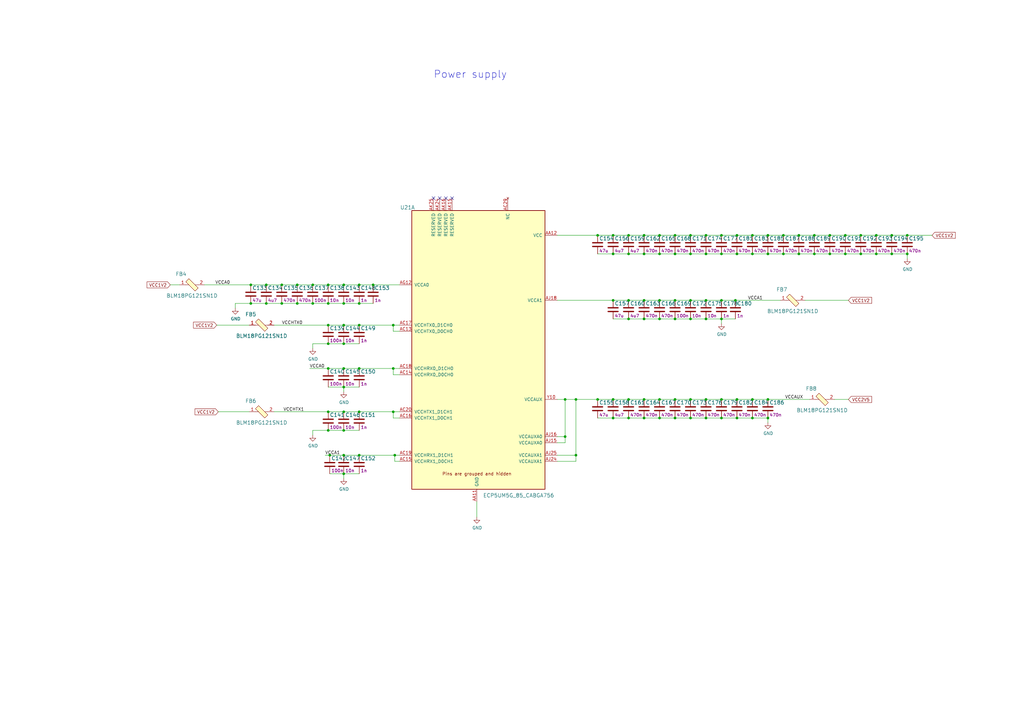
<source format=kicad_sch>
(kicad_sch (version 20211123) (generator eeschema)
  (paper "A3")
  (title_block (title "ECP5 - Datacenter Secure Control Module (DC-SCM)") (rev "1.2.0"))
  (junction (at 365.76 104.14))
  (junction (at 147.32 168.91))
  (junction (at 276.86 130.81))
  (junction (at 289.56 104.14))
  (junction (at 321.31 96.52))
  (junction (at 270.51 96.52))
  (junction (at 308.61 163.83))
  (junction (at 236.22 186.69))
  (junction (at 161.29 151.13))
  (junction (at 134.62 133.35))
  (junction (at 327.66 104.14))
  (junction (at 276.86 163.83))
  (junction (at 109.22 116.84))
  (junction (at 301.625 123.19))
  (junction (at 251.46 171.45))
  (junction (at 270.51 104.14))
  (junction (at 140.97 133.35))
  (junction (at 134.62 116.84))
  (junction (at 236.22 163.83))
  (junction (at 289.56 130.81))
  (junction (at 270.51 163.83))
  (junction (at 115.57 116.84))
  (junction (at 372.11 104.14))
  (junction (at 231.775 163.83))
  (junction (at 161.925 186.69))
  (junction (at 270.51 171.45))
  (junction (at 134.62 124.46))
  (junction (at 251.46 96.52))
  (junction (at 245.11 163.83))
  (junction (at 257.81 96.52))
  (junction (at 128.27 124.46))
  (junction (at 140.97 140.97))
  (junction (at 295.91 123.19))
  (junction (at 327.66 96.52))
  (junction (at 302.26 171.45))
  (junction (at 140.97 158.75))
  (junction (at 161.29 168.91))
  (junction (at 257.81 130.81))
  (junction (at 365.76 96.52))
  (junction (at 134.62 176.53))
  (junction (at 289.56 123.19))
  (junction (at 302.26 96.52))
  (junction (at 140.97 186.69))
  (junction (at 147.32 151.13))
  (junction (at 134.62 140.97))
  (junction (at 257.81 104.14))
  (junction (at 340.36 104.14))
  (junction (at 308.61 171.45))
  (junction (at 295.91 171.45))
  (junction (at 314.96 104.14))
  (junction (at 276.86 171.45))
  (junction (at 102.87 116.84))
  (junction (at 264.16 123.19))
  (junction (at 140.97 116.84))
  (junction (at 264.16 163.83))
  (junction (at 121.92 124.46))
  (junction (at 283.21 130.81))
  (junction (at 295.91 130.81))
  (junction (at 134.62 168.91))
  (junction (at 140.97 124.46))
  (junction (at 109.22 124.46))
  (junction (at 147.32 186.69))
  (junction (at 295.91 163.83))
  (junction (at 308.61 96.52))
  (junction (at 283.21 163.83))
  (junction (at 257.81 163.83))
  (junction (at 359.41 104.14))
  (junction (at 346.71 104.14))
  (junction (at 321.31 104.14))
  (junction (at 283.21 104.14))
  (junction (at 283.21 123.19))
  (junction (at 147.32 116.84))
  (junction (at 289.56 171.45))
  (junction (at 231.775 179.07))
  (junction (at 276.86 104.14))
  (junction (at 251.46 123.19))
  (junction (at 270.51 130.81))
  (junction (at 134.62 151.13))
  (junction (at 346.71 96.52))
  (junction (at 251.46 163.83))
  (junction (at 334.01 104.14))
  (junction (at 353.06 104.14))
  (junction (at 302.26 104.14))
  (junction (at 314.96 96.52))
  (junction (at 264.16 104.14))
  (junction (at 102.87 124.46))
  (junction (at 289.56 96.52))
  (junction (at 147.32 124.46))
  (junction (at 289.56 163.83))
  (junction (at 314.96 171.45))
  (junction (at 295.91 104.14))
  (junction (at 135.255 186.69))
  (junction (at 340.36 96.52))
  (junction (at 295.91 96.52))
  (junction (at 283.21 171.45))
  (junction (at 257.81 171.45))
  (junction (at 359.41 96.52))
  (junction (at 140.97 168.91))
  (junction (at 245.11 96.52))
  (junction (at 270.51 123.19))
  (junction (at 264.16 130.81))
  (junction (at 115.57 124.46))
  (junction (at 251.46 104.14))
  (junction (at 161.29 133.35))
  (junction (at 140.97 194.31))
  (junction (at 283.21 96.52))
  (junction (at 128.27 116.84))
  (junction (at 140.97 176.53))
  (junction (at 140.97 151.13))
  (junction (at 314.96 163.83))
  (junction (at 264.16 171.45))
  (junction (at 372.11 96.52))
  (junction (at 264.16 96.52))
  (junction (at 334.01 96.52))
  (junction (at 302.26 163.83))
  (junction (at 276.86 96.52))
  (junction (at 276.86 123.19))
  (junction (at 121.92 116.84))
  (junction (at 257.81 123.19))
  (junction (at 153.035 116.84))
  (junction (at 353.06 96.52))
  (junction (at 147.32 133.35))
  (junction (at 308.61 104.14))
  (no_connect (at 180.34 81.28))
  (no_connect (at 177.8 81.28))
  (no_connect (at 182.88 81.28))
  (no_connect (at 185.42 81.28))
  (wire (pts (xy 161.29 135.89) (xy 161.29 133.35)))
  (wire (pts (xy 147.32 124.46) (xy 140.97 124.46)))
  (wire (pts (xy 109.22 124.46) (xy 102.87 124.46)))
  (wire (pts (xy 140.97 168.91) (xy 147.32 168.91)))
  (wire (pts (xy 109.22 116.84) (xy 102.87 116.84)))
  (wire (pts (xy 147.32 151.13) (xy 140.97 151.13)))
  (wire (pts (xy 283.21 123.19) (xy 289.56 123.19)))
  (wire (pts (xy 140.97 116.84) (xy 147.32 116.84)))
  (wire (pts (xy 257.81 171.45) (xy 264.16 171.45)))
  (wire (pts (xy 140.97 176.53) (xy 147.32 176.53)))
  (wire (pts (xy 264.16 104.14) (xy 270.51 104.14)))
  (wire (pts (xy 245.11 104.14) (xy 251.46 104.14)))
  (wire (pts (xy 359.41 96.52) (xy 365.76 96.52)))
  (wire (pts (xy 134.62 133.35) (xy 140.97 133.35)))
  (wire (pts (xy 134.62 116.84) (xy 128.27 116.84)))
  (wire (pts (xy 231.775 181.61) (xy 231.775 179.07)))
  (wire (pts (xy 289.56 163.83) (xy 295.91 163.83)))
  (wire (pts (xy 321.31 96.52) (xy 327.66 96.52)))
  (wire (pts (xy 289.56 96.52) (xy 295.91 96.52)))
  (wire (pts (xy 83.82 116.84) (xy 102.87 116.84)))
  (wire (pts (xy 112.395 133.35) (xy 134.62 133.35)))
  (wire (pts (xy 270.51 123.19) (xy 276.86 123.19)))
  (wire (pts (xy 314.96 171.45) (xy 314.96 173.355)))
  (wire (pts (xy 161.29 171.45) (xy 161.29 168.91)))
  (wire (pts (xy 330.2 123.19) (xy 347.98 123.19)))
  (wire (pts (xy 147.32 124.46) (xy 153.035 124.46)))
  (wire (pts (xy 134.62 151.13) (xy 127 151.13)))
  (wire (pts (xy 128.27 176.53) (xy 128.27 178.435)))
  (wire (pts (xy 295.91 123.19) (xy 301.625 123.19)))
  (wire (pts (xy 295.91 104.14) (xy 302.26 104.14)))
  (wire (pts (xy 327.66 96.52) (xy 334.01 96.52)))
  (wire (pts (xy 140.97 151.13) (xy 134.62 151.13)))
  (wire (pts (xy 147.32 168.91) (xy 161.29 168.91)))
  (wire (pts (xy 231.775 179.07) (xy 231.775 163.83)))
  (wire (pts (xy 128.27 140.97) (xy 128.27 142.875)))
  (wire (pts (xy 163.83 186.69) (xy 161.925 186.69)))
  (wire (pts (xy 264.16 163.83) (xy 270.51 163.83)))
  (wire (pts (xy 228.6 123.19) (xy 251.46 123.19)))
  (wire (pts (xy 236.22 189.23) (xy 236.22 186.69)))
  (wire (pts (xy 270.51 130.81) (xy 276.86 130.81)))
  (wire (pts (xy 289.56 123.19) (xy 295.91 123.19)))
  (wire (pts (xy 115.57 116.84) (xy 109.22 116.84)))
  (wire (pts (xy 121.92 116.84) (xy 128.27 116.84)))
  (wire (pts (xy 163.83 135.89) (xy 161.29 135.89)))
  (wire (pts (xy 276.86 130.81) (xy 283.21 130.81)))
  (wire (pts (xy 353.06 96.52) (xy 359.41 96.52)))
  (wire (pts (xy 314.96 163.83) (xy 332.105 163.83)))
  (wire (pts (xy 73.66 116.84) (xy 69.85 116.84)))
  (wire (pts (xy 264.16 130.81) (xy 270.51 130.81)))
  (wire (pts (xy 295.91 163.83) (xy 302.26 163.83)))
  (wire (pts (xy 140.97 116.84) (xy 134.62 116.84)))
  (wire (pts (xy 257.81 104.14) (xy 264.16 104.14)))
  (wire (pts (xy 270.51 104.14) (xy 276.86 104.14)))
  (wire (pts (xy 102.235 168.91) (xy 89.535 168.91)))
  (wire (pts (xy 264.16 96.52) (xy 270.51 96.52)))
  (wire (pts (xy 140.97 194.31) (xy 140.97 196.215)))
  (wire (pts (xy 346.71 104.14) (xy 353.06 104.14)))
  (wire (pts (xy 308.61 104.14) (xy 314.96 104.14)))
  (wire (pts (xy 289.56 104.14) (xy 295.91 104.14)))
  (wire (pts (xy 163.83 168.91) (xy 161.29 168.91)))
  (wire (pts (xy 228.6 179.07) (xy 231.775 179.07)))
  (wire (pts (xy 121.92 124.46) (xy 128.27 124.46)))
  (wire (pts (xy 228.6 189.23) (xy 236.22 189.23)))
  (wire (pts (xy 302.26 104.14) (xy 308.61 104.14)))
  (wire (pts (xy 245.11 171.45) (xy 251.46 171.45)))
  (wire (pts (xy 251.46 171.45) (xy 257.81 171.45)))
  (wire (pts (xy 161.29 153.67) (xy 161.29 151.13)))
  (wire (pts (xy 163.83 133.35) (xy 161.29 133.35)))
  (wire (pts (xy 283.21 104.14) (xy 289.56 104.14)))
  (wire (pts (xy 161.925 189.23) (xy 163.83 189.23)))
  (wire (pts (xy 112.395 168.91) (xy 134.62 168.91)))
  (wire (pts (xy 96.52 124.46) (xy 96.52 126.365)))
  (wire (pts (xy 334.01 96.52) (xy 340.36 96.52)))
  (wire (pts (xy 140.97 158.75) (xy 134.62 158.75)))
  (wire (pts (xy 161.29 151.13) (xy 147.32 151.13)))
  (wire (pts (xy 302.26 96.52) (xy 308.61 96.52)))
  (wire (pts (xy 228.6 163.83) (xy 231.775 163.83)))
  (wire (pts (xy 340.36 96.52) (xy 346.71 96.52)))
  (wire (pts (xy 289.56 171.45) (xy 295.91 171.45)))
  (wire (pts (xy 295.91 130.81) (xy 295.91 132.715)))
  (wire (pts (xy 115.57 124.46) (xy 109.22 124.46)))
  (wire (pts (xy 340.36 104.14) (xy 346.71 104.14)))
  (wire (pts (xy 276.86 123.19) (xy 283.21 123.19)))
  (wire (pts (xy 276.86 171.45) (xy 283.21 171.45)))
  (wire (pts (xy 276.86 163.83) (xy 283.21 163.83)))
  (wire (pts (xy 140.97 140.97) (xy 147.32 140.97)))
  (wire (pts (xy 365.76 104.14) (xy 372.11 104.14)))
  (wire (pts (xy 276.86 96.52) (xy 283.21 96.52)))
  (wire (pts (xy 236.22 163.83) (xy 245.11 163.83)))
  (wire (pts (xy 140.97 133.35) (xy 147.32 133.35)))
  (wire (pts (xy 236.22 186.69) (xy 236.22 163.83)))
  (wire (pts (xy 128.27 140.97) (xy 134.62 140.97)))
  (wire (pts (xy 147.32 186.69) (xy 140.97 186.69)))
  (wire (pts (xy 134.62 168.91) (xy 140.97 168.91)))
  (wire (pts (xy 140.97 124.46) (xy 134.62 124.46)))
  (wire (pts (xy 245.11 96.52) (xy 251.46 96.52)))
  (wire (pts (xy 308.61 96.52) (xy 314.96 96.52)))
  (wire (pts (xy 195.58 205.74) (xy 195.58 212.09)))
  (wire (pts (xy 295.91 130.81) (xy 301.625 130.81)))
  (wire (pts (xy 301.625 123.19) (xy 320.04 123.19)))
  (wire (pts (xy 321.31 104.14) (xy 327.66 104.14)))
  (wire (pts (xy 270.51 171.45) (xy 276.86 171.45)))
  (wire (pts (xy 251.46 123.19) (xy 257.81 123.19)))
  (wire (pts (xy 270.51 96.52) (xy 276.86 96.52)))
  (wire (pts (xy 283.21 163.83) (xy 289.56 163.83)))
  (wire (pts (xy 228.6 96.52) (xy 245.11 96.52)))
  (wire (pts (xy 147.32 158.75) (xy 140.97 158.75)))
  (wire (pts (xy 153.035 116.84) (xy 163.83 116.84)))
  (wire (pts (xy 251.46 96.52) (xy 257.81 96.52)))
  (wire (pts (xy 314.96 96.52) (xy 321.31 96.52)))
  (wire (pts (xy 257.81 96.52) (xy 264.16 96.52)))
  (wire (pts (xy 264.16 123.19) (xy 270.51 123.19)))
  (wire (pts (xy 270.51 163.83) (xy 276.86 163.83)))
  (wire (pts (xy 88.9 133.35) (xy 102.235 133.35)))
  (wire (pts (xy 257.81 123.19) (xy 264.16 123.19)))
  (wire (pts (xy 163.83 151.13) (xy 161.29 151.13)))
  (wire (pts (xy 289.56 130.81) (xy 295.91 130.81)))
  (wire (pts (xy 115.57 116.84) (xy 121.92 116.84)))
  (wire (pts (xy 302.26 163.83) (xy 308.61 163.83)))
  (wire (pts (xy 251.46 104.14) (xy 257.81 104.14)))
  (wire (pts (xy 115.57 124.46) (xy 121.92 124.46)))
  (wire (pts (xy 276.86 104.14) (xy 283.21 104.14)))
  (wire (pts (xy 302.26 171.45) (xy 308.61 171.45)))
  (wire (pts (xy 140.97 158.75) (xy 140.97 160.655)))
  (wire (pts (xy 372.11 104.14) (xy 372.11 106.045)))
  (wire (pts (xy 163.83 171.45) (xy 161.29 171.45)))
  (wire (pts (xy 134.62 140.97) (xy 140.97 140.97)))
  (wire (pts (xy 147.32 116.84) (xy 153.035 116.84)))
  (wire (pts (xy 283.21 130.81) (xy 289.56 130.81)))
  (wire (pts (xy 346.71 96.52) (xy 353.06 96.52)))
  (wire (pts (xy 353.06 104.14) (xy 359.41 104.14)))
  (wire (pts (xy 365.76 96.52) (xy 372.11 96.52)))
  (wire (pts (xy 128.27 176.53) (xy 134.62 176.53)))
  (wire (pts (xy 251.46 130.81) (xy 257.81 130.81)))
  (wire (pts (xy 264.16 171.45) (xy 270.51 171.45)))
  (wire (pts (xy 140.97 194.31) (xy 135.255 194.31)))
  (wire (pts (xy 359.41 104.14) (xy 365.76 104.14)))
  (wire (pts (xy 161.925 186.69) (xy 147.32 186.69)))
  (wire (pts (xy 372.11 96.52) (xy 382.27 96.52)))
  (wire (pts (xy 245.11 163.83) (xy 251.46 163.83)))
  (wire (pts (xy 295.91 171.45) (xy 302.26 171.45)))
  (wire (pts (xy 327.66 104.14) (xy 334.01 104.14)))
  (wire (pts (xy 283.21 96.52) (xy 289.56 96.52)))
  (wire (pts (xy 308.61 163.83) (xy 314.96 163.83)))
  (wire (pts (xy 283.21 171.45) (xy 289.56 171.45)))
  (wire (pts (xy 334.01 104.14) (xy 340.36 104.14)))
  (wire (pts (xy 228.6 181.61) (xy 231.775 181.61)))
  (wire (pts (xy 161.925 189.23) (xy 161.925 186.69)))
  (wire (pts (xy 308.61 171.45) (xy 314.96 171.45)))
  (wire (pts (xy 135.255 186.69) (xy 133.35 186.69)))
  (wire (pts (xy 147.32 133.35) (xy 161.29 133.35)))
  (wire (pts (xy 147.32 194.31) (xy 140.97 194.31)))
  (wire (pts (xy 257.81 163.83) (xy 264.16 163.83)))
  (wire (pts (xy 102.87 124.46) (xy 96.52 124.46)))
  (wire (pts (xy 228.6 186.69) (xy 236.22 186.69)))
  (wire (pts (xy 231.775 163.83) (xy 236.22 163.83)))
  (wire (pts (xy 140.97 186.69) (xy 135.255 186.69)))
  (wire (pts (xy 134.62 176.53) (xy 140.97 176.53)))
  (wire (pts (xy 342.265 163.83) (xy 347.98 163.83)))
  (wire (pts (xy 251.46 163.83) (xy 257.81 163.83)))
  (wire (pts (xy 314.96 104.14) (xy 321.31 104.14)))
  (wire (pts (xy 257.81 130.81) (xy 264.16 130.81)))
  (wire (pts (xy 295.91 96.52) (xy 302.26 96.52)))
  (wire (pts (xy 134.62 124.46) (xy 128.27 124.46)))
  (wire (pts (xy 163.83 153.67) (xy 161.29 153.67)))
  (text "Power supply" (at 177.8 32.385 0) (effects (font (size 2.9972 2.9972)) (justify left bottom)))
  (label "VCCA1" (at 133.35 186.69 0))
  (label "VCCA0" (at 88.265 116.84 0))
  (label "VCCHTX1" (at 116.205 168.91 0))
  (label "VCCHTX0" (at 115.57 133.35 0))
  (label "VCCAUX" (at 321.945 163.83 0))
  (label "VCCA0" (at 127 151.13 0))
  (label "VCCA1" (at 306.705 123.19 0))
  (global_label "VCC1V2" (shape input) (at 88.9 133.35 180) (property "Intersheet References" "${INTERSHEET_REFS}" (effects hide)))
  (global_label "VCC1V2" (shape input) (at 382.27 96.52 0) (property "Intersheet References" "${INTERSHEET_REFS}" (effects hide)))
  (global_label "VCC1V2" (shape input) (at 89.535 168.91 180) (property "Intersheet References" "${INTERSHEET_REFS}" (effects hide)))
  (global_label "VCC1V2" (shape input) (at 347.98 123.19 0) (property "Intersheet References" "${INTERSHEET_REFS}" (effects hide)))
  (global_label "VCC2V5" (shape input) (at 347.98 163.83 0) (property "Intersheet References" "${INTERSHEET_REFS}" (effects hide)))
  (global_label "VCC1V2" (shape input) (at 69.85 116.84 180) (property "Intersheet References" "${INTERSHEET_REFS}" (effects hide)))
  (symbol (lib_id "ecp5-dc-scm:C_470n_0402") (at 308.61 167.64 0) (unit 1)
    (property "Reference" "C184" (at 309.245 165.1 0) (effects (font (size 1.524 1.524)) (justify left)))
    (property "Value" "C_470n_0402" (effects hide))
    (property "Footprint" "ecp5-dc-scm-footprints:0402-cap" (effects hide))
    (property "Manufacturer" "TDK" (effects hide))
    (property "MPN" "C1005X5R1E474M050BB" (effects hide))
    (property "Val" "470n" (at 309.245 170.18 0) (effects (justify left)))
  )
  (symbol (lib_id "ecp5-dc-scm:C_470n_0402") (at 314.96 167.64 0) (unit 1)
    (property "Reference" "C186" (at 315.595 165.1 0) (effects (font (size 1.524 1.524)) (justify left)))
    (property "Value" "C_470n_0402" (effects hide))
    (property "Footprint" "ecp5-dc-scm-footprints:0402-cap" (effects hide))
    (property "Manufacturer" "TDK" (effects hide))
    (property "MPN" "C1005X5R1E474M050BB" (effects hide))
    (property "Val" "470n" (at 315.595 170.18 0) (effects (justify left)))
  )
  (symbol (lib_id "ecp5-dc-scm:C_47u_0603") (at 245.11 100.33 0) (unit 1)
    (property "Reference" "C154" (at 245.745 97.79 0) (effects (font (size 1.524 1.524)) (justify left)))
    (property "Value" "C_47u_0603" (effects hide))
    (property "Footprint" "ecp5-dc-scm-footprints:0603-cap" (effects hide))
    (property "Manufacturer" "MURATA" (effects hide))
    (property "MPN" "GRM188R60J476ME15D" (effects hide))
    (property "Val" "47u" (at 245.745 102.87 0) (effects (justify left)))
  )
  (symbol (lib_id "ecp5-dc-scm:C_4u7_0402") (at 251.46 100.33 0) (unit 1)
    (property "Reference" "C156" (at 252.095 97.79 0) (effects (font (size 1.524 1.524)) (justify left)))
    (property "Value" "C_4u7_0402" (effects hide))
    (property "Footprint" "ecp5-dc-scm-footprints:0402-cap" (effects hide))
    (property "Manufacturer" "MURATA" (effects hide))
    (property "MPN" "GRM155R61A475MEAAD" (effects hide))
    (property "Val" "4u7" (at 252.095 102.87 0) (effects (justify left)))
  )
  (symbol (lib_id "ecp5-dc-scm:C_4u7_0402") (at 257.81 100.33 0) (unit 1)
    (property "Reference" "C159" (at 258.445 97.79 0) (effects (font (size 1.524 1.524)) (justify left)))
    (property "Value" "C_4u7_0402" (effects hide))
    (property "Footprint" "ecp5-dc-scm-footprints:0402-cap" (effects hide))
    (property "Manufacturer" "MURATA" (effects hide))
    (property "MPN" "GRM155R61A475MEAAD" (effects hide))
    (property "Val" "4u7" (at 258.445 102.87 0) (effects (justify left)))
  )
  (symbol (lib_id "ecp5-dc-scm:C_470n_0402") (at 264.16 100.33 0) (unit 1)
    (property "Reference" "C162" (at 264.795 97.79 0) (effects (font (size 1.524 1.524)) (justify left)))
    (property "Value" "C_470n_0402" (effects hide))
    (property "Footprint" "ecp5-dc-scm-footprints:0402-cap" (effects hide))
    (property "Manufacturer" "TDK" (effects hide))
    (property "MPN" "C1005X5R1E474M050BB" (effects hide))
    (property "Val" "470n" (at 264.795 102.87 0) (effects (justify left)))
  )
  (symbol (lib_id "ecp5-dc-scm:C_470n_0402") (at 270.51 100.33 0) (unit 1)
    (property "Reference" "C165" (at 271.145 97.79 0) (effects (font (size 1.524 1.524)) (justify left)))
    (property "Value" "C_470n_0402" (effects hide))
    (property "Footprint" "ecp5-dc-scm-footprints:0402-cap" (effects hide))
    (property "Manufacturer" "TDK" (effects hide))
    (property "MPN" "C1005X5R1E474M050BB" (effects hide))
    (property "Val" "470n" (at 271.145 102.87 0) (effects (justify left)))
  )
  (symbol (lib_id "ecp5-dc-scm:C_470n_0402") (at 276.86 100.33 0) (unit 1)
    (property "Reference" "C168" (at 277.495 97.79 0) (effects (font (size 1.524 1.524)) (justify left)))
    (property "Value" "C_470n_0402" (effects hide))
    (property "Footprint" "ecp5-dc-scm-footprints:0402-cap" (effects hide))
    (property "Manufacturer" "TDK" (effects hide))
    (property "MPN" "C1005X5R1E474M050BB" (effects hide))
    (property "Val" "470n" (at 277.495 102.87 0) (effects (justify left)))
  )
  (symbol (lib_id "ecp5-dc-scm:C_470n_0402") (at 283.21 100.33 0) (unit 1)
    (property "Reference" "C171" (at 283.845 97.79 0) (effects (font (size 1.524 1.524)) (justify left)))
    (property "Value" "C_470n_0402" (effects hide))
    (property "Footprint" "ecp5-dc-scm-footprints:0402-cap" (effects hide))
    (property "Manufacturer" "TDK" (effects hide))
    (property "MPN" "C1005X5R1E474M050BB" (effects hide))
    (property "Val" "470n" (at 283.845 102.87 0) (effects (justify left)))
  )
  (symbol (lib_id "ecp5-dc-scm:C_470n_0402") (at 289.56 100.33 0) (unit 1)
    (property "Reference" "C174" (at 290.195 97.79 0) (effects (font (size 1.524 1.524)) (justify left)))
    (property "Value" "C_470n_0402" (effects hide))
    (property "Footprint" "ecp5-dc-scm-footprints:0402-cap" (effects hide))
    (property "Manufacturer" "TDK" (effects hide))
    (property "MPN" "C1005X5R1E474M050BB" (effects hide))
    (property "Val" "470n" (at 290.195 102.87 0) (effects (justify left)))
  )
  (symbol (lib_id "ecp5-dc-scm:C_470n_0402") (at 295.91 100.33 0) (unit 1)
    (property "Reference" "C177" (at 296.545 97.79 0) (effects (font (size 1.524 1.524)) (justify left)))
    (property "Value" "C_470n_0402" (effects hide))
    (property "Footprint" "ecp5-dc-scm-footprints:0402-cap" (effects hide))
    (property "Manufacturer" "TDK" (effects hide))
    (property "MPN" "C1005X5R1E474M050BB" (effects hide))
    (property "Val" "470n" (at 296.545 102.87 0) (effects (justify left)))
  )
  (symbol (lib_id "ecp5-dc-scm:C_470n_0402") (at 302.26 100.33 0) (unit 1)
    (property "Reference" "C181" (at 302.895 97.79 0) (effects (font (size 1.524 1.524)) (justify left)))
    (property "Value" "C_470n_0402" (effects hide))
    (property "Footprint" "ecp5-dc-scm-footprints:0402-cap" (effects hide))
    (property "Manufacturer" "TDK" (effects hide))
    (property "MPN" "C1005X5R1E474M050BB" (effects hide))
    (property "Val" "470n" (at 302.895 102.87 0) (effects (justify left)))
  )
  (symbol (lib_id "ecp5-dc-scm:C_470n_0402") (at 308.61 100.33 0) (unit 1)
    (property "Reference" "C183" (at 309.245 97.79 0) (effects (font (size 1.524 1.524)) (justify left)))
    (property "Value" "C_470n_0402" (effects hide))
    (property "Footprint" "ecp5-dc-scm-footprints:0402-cap" (effects hide))
    (property "Manufacturer" "TDK" (effects hide))
    (property "MPN" "C1005X5R1E474M050BB" (effects hide))
    (property "Val" "470n" (at 309.245 102.87 0) (effects (justify left)))
  )
  (symbol (lib_id "ecp5-dc-scm:C_470n_0402") (at 314.96 100.33 0) (unit 1)
    (property "Reference" "C185" (at 315.595 97.79 0) (effects (font (size 1.524 1.524)) (justify left)))
    (property "Value" "C_470n_0402" (effects hide))
    (property "Footprint" "ecp5-dc-scm-footprints:0402-cap" (effects hide))
    (property "Manufacturer" "TDK" (effects hide))
    (property "MPN" "C1005X5R1E474M050BB" (effects hide))
    (property "Val" "470n" (at 315.595 102.87 0) (effects (justify left)))
  )
  (symbol (lib_id "ecp5-dc-scm:C_470n_0402") (at 321.31 100.33 0) (unit 1)
    (property "Reference" "C187" (at 321.945 97.79 0) (effects (font (size 1.524 1.524)) (justify left)))
    (property "Value" "C_470n_0402" (effects hide))
    (property "Footprint" "ecp5-dc-scm-footprints:0402-cap" (effects hide))
    (property "Manufacturer" "TDK" (effects hide))
    (property "MPN" "C1005X5R1E474M050BB" (effects hide))
    (property "Val" "470n" (at 321.945 102.87 0) (effects (justify left)))
  )
  (symbol (lib_id "ecp5-dc-scm:C_470n_0402") (at 327.66 100.33 0) (unit 1)
    (property "Reference" "C188" (at 328.295 97.79 0) (effects (font (size 1.524 1.524)) (justify left)))
    (property "Value" "C_470n_0402" (effects hide))
    (property "Footprint" "ecp5-dc-scm-footprints:0402-cap" (effects hide))
    (property "Manufacturer" "TDK" (effects hide))
    (property "MPN" "C1005X5R1E474M050BB" (effects hide))
    (property "Val" "470n" (at 328.295 102.87 0) (effects (justify left)))
  )
  (symbol (lib_id "ecp5-dc-scm:C_470n_0402") (at 334.01 100.33 0) (unit 1)
    (property "Reference" "C189" (at 334.645 97.79 0) (effects (font (size 1.524 1.524)) (justify left)))
    (property "Value" "C_470n_0402" (effects hide))
    (property "Footprint" "ecp5-dc-scm-footprints:0402-cap" (effects hide))
    (property "Manufacturer" "TDK" (effects hide))
    (property "MPN" "C1005X5R1E474M050BB" (effects hide))
    (property "Val" "470n" (at 334.645 102.87 0) (effects (justify left)))
  )
  (symbol (lib_id "ecp5-dc-scm:C_470n_0402") (at 340.36 100.33 0) (unit 1)
    (property "Reference" "C190" (at 340.995 97.79 0) (effects (font (size 1.524 1.524)) (justify left)))
    (property "Value" "C_470n_0402" (effects hide))
    (property "Footprint" "ecp5-dc-scm-footprints:0402-cap" (effects hide))
    (property "Manufacturer" "TDK" (effects hide))
    (property "MPN" "C1005X5R1E474M050BB" (effects hide))
    (property "Val" "470n" (at 340.995 102.87 0) (effects (justify left)))
  )
  (symbol (lib_id "ecp5-dc-scm:C_470n_0402") (at 346.71 100.33 0) (unit 1)
    (property "Reference" "C191" (at 347.345 97.79 0) (effects (font (size 1.524 1.524)) (justify left)))
    (property "Value" "C_470n_0402" (effects hide))
    (property "Footprint" "ecp5-dc-scm-footprints:0402-cap" (effects hide))
    (property "Manufacturer" "TDK" (effects hide))
    (property "MPN" "C1005X5R1E474M050BB" (effects hide))
    (property "Val" "470n" (at 347.345 102.87 0) (effects (justify left)))
  )
  (symbol (lib_id "ecp5-dc-scm:C_470n_0402") (at 353.06 100.33 0) (unit 1)
    (property "Reference" "C192" (at 353.695 97.79 0) (effects (font (size 1.524 1.524)) (justify left)))
    (property "Value" "C_470n_0402" (effects hide))
    (property "Footprint" "ecp5-dc-scm-footprints:0402-cap" (effects hide))
    (property "Manufacturer" "TDK" (effects hide))
    (property "MPN" "C1005X5R1E474M050BB" (effects hide))
    (property "Val" "470n" (at 353.695 102.87 0) (effects (justify left)))
  )
  (symbol (lib_id "ecp5-dc-scm:C_470n_0402") (at 359.41 100.33 0) (unit 1)
    (property "Reference" "C193" (at 360.045 97.79 0) (effects (font (size 1.524 1.524)) (justify left)))
    (property "Value" "C_470n_0402" (effects hide))
    (property "Footprint" "ecp5-dc-scm-footprints:0402-cap" (effects hide))
    (property "Manufacturer" "TDK" (effects hide))
    (property "MPN" "C1005X5R1E474M050BB" (effects hide))
    (property "Val" "470n" (at 360.045 102.87 0) (effects (justify left)))
  )
  (symbol (lib_id "ecp5-dc-scm:C_4u7_0402") (at 251.46 167.64 0) (unit 1)
    (property "Reference" "C158" (at 252.095 165.1 0) (effects (font (size 1.524 1.524)) (justify left)))
    (property "Value" "C_4u7_0402" (effects hide))
    (property "Footprint" "ecp5-dc-scm-footprints:0402-cap" (effects hide))
    (property "Manufacturer" "MURATA" (effects hide))
    (property "MPN" "GRM155R61A475MEAAD" (effects hide))
    (property "Val" "4u7" (at 252.095 170.18 0) (effects (justify left)))
  )
  (symbol (lib_id "ecp5-dc-scm:C_47u_0603") (at 245.11 167.64 0) (unit 1)
    (property "Reference" "C155" (at 245.745 165.1 0) (effects (font (size 1.524 1.524)) (justify left)))
    (property "Value" "C_47u_0603" (effects hide))
    (property "Footprint" "ecp5-dc-scm-footprints:0603-cap" (effects hide))
    (property "Manufacturer" "MURATA" (effects hide))
    (property "MPN" "GRM188R60J476ME15D" (effects hide))
    (property "Val" "47u" (at 245.745 170.18 0) (effects (justify left)))
  )
  (symbol (lib_id "ecp5-dc-scm:C_470n_0402") (at 257.81 167.64 0) (unit 1)
    (property "Reference" "C161" (at 258.445 165.1 0) (effects (font (size 1.524 1.524)) (justify left)))
    (property "Value" "C_470n_0402" (effects hide))
    (property "Footprint" "ecp5-dc-scm-footprints:0402-cap" (effects hide))
    (property "Manufacturer" "TDK" (effects hide))
    (property "MPN" "C1005X5R1E474M050BB" (effects hide))
    (property "Val" "470n" (at 258.445 170.18 0) (effects (justify left)))
  )
  (symbol (lib_id "ecp5-dc-scm:C_470n_0402") (at 264.16 167.64 0) (unit 1)
    (property "Reference" "C164" (at 264.795 165.1 0) (effects (font (size 1.524 1.524)) (justify left)))
    (property "Value" "C_470n_0402" (effects hide))
    (property "Footprint" "ecp5-dc-scm-footprints:0402-cap" (effects hide))
    (property "Manufacturer" "TDK" (effects hide))
    (property "MPN" "C1005X5R1E474M050BB" (effects hide))
    (property "Val" "470n" (at 264.795 170.18 0) (effects (justify left)))
  )
  (symbol (lib_id "ecp5-dc-scm:C_470n_0402") (at 270.51 167.64 0) (unit 1)
    (property "Reference" "C167" (at 271.145 165.1 0) (effects (font (size 1.524 1.524)) (justify left)))
    (property "Value" "C_470n_0402" (effects hide))
    (property "Footprint" "ecp5-dc-scm-footprints:0402-cap" (effects hide))
    (property "Manufacturer" "TDK" (effects hide))
    (property "MPN" "C1005X5R1E474M050BB" (effects hide))
    (property "Val" "470n" (at 271.145 170.18 0) (effects (justify left)))
  )
  (symbol (lib_id "ecp5-dc-scm:C_470n_0402") (at 276.86 167.64 0) (unit 1)
    (property "Reference" "C170" (at 277.495 165.1 0) (effects (font (size 1.524 1.524)) (justify left)))
    (property "Value" "C_470n_0402" (effects hide))
    (property "Footprint" "ecp5-dc-scm-footprints:0402-cap" (effects hide))
    (property "Manufacturer" "TDK" (effects hide))
    (property "MPN" "C1005X5R1E474M050BB" (effects hide))
    (property "Val" "470n" (at 277.495 170.18 0) (effects (justify left)))
  )
  (symbol (lib_id "ecp5-dc-scm:C_470n_0402") (at 283.21 167.64 0) (unit 1)
    (property "Reference" "C173" (at 283.845 165.1 0) (effects (font (size 1.524 1.524)) (justify left)))
    (property "Value" "C_470n_0402" (effects hide))
    (property "Footprint" "ecp5-dc-scm-footprints:0402-cap" (effects hide))
    (property "Manufacturer" "TDK" (effects hide))
    (property "MPN" "C1005X5R1E474M050BB" (effects hide))
    (property "Val" "470n" (at 283.845 170.18 0) (effects (justify left)))
  )
  (symbol (lib_id "ecp5-dc-scm:C_470n_0402") (at 289.56 167.64 0) (unit 1)
    (property "Reference" "C176" (at 290.195 165.1 0) (effects (font (size 1.524 1.524)) (justify left)))
    (property "Value" "C_470n_0402" (effects hide))
    (property "Footprint" "ecp5-dc-scm-footprints:0402-cap" (effects hide))
    (property "Manufacturer" "TDK" (effects hide))
    (property "MPN" "C1005X5R1E474M050BB" (effects hide))
    (property "Val" "470n" (at 290.195 170.18 0) (effects (justify left)))
  )
  (symbol (lib_id "ecp5-dc-scm:C_470n_0402") (at 295.91 167.64 0) (unit 1)
    (property "Reference" "C179" (at 296.545 165.1 0) (effects (font (size 1.524 1.524)) (justify left)))
    (property "Value" "C_470n_0402" (effects hide))
    (property "Footprint" "ecp5-dc-scm-footprints:0402-cap" (effects hide))
    (property "Manufacturer" "TDK" (effects hide))
    (property "MPN" "C1005X5R1E474M050BB" (effects hide))
    (property "Val" "470n" (at 296.545 170.18 0) (effects (justify left)))
  )
  (symbol (lib_id "ecp5-dc-scm:C_470n_0402") (at 302.26 167.64 0) (unit 1)
    (property "Reference" "C182" (at 302.895 165.1 0) (effects (font (size 1.524 1.524)) (justify left)))
    (property "Value" "C_470n_0402" (effects hide))
    (property "Footprint" "ecp5-dc-scm-footprints:0402-cap" (effects hide))
    (property "Manufacturer" "TDK" (effects hide))
    (property "MPN" "C1005X5R1E474M050BB" (effects hide))
    (property "Val" "470n" (at 302.895 170.18 0) (effects (justify left)))
  )
  (symbol (lib_id "ecp5-dc-scm:C_4u7_0402") (at 257.81 127 0) (unit 1)
    (property "Reference" "C160" (at 258.445 124.46 0) (effects (font (size 1.524 1.524)) (justify left)))
    (property "Value" "C_4u7_0402" (effects hide))
    (property "Footprint" "ecp5-dc-scm-footprints:0402-cap" (effects hide))
    (property "Manufacturer" "MURATA" (effects hide))
    (property "MPN" "GRM155R61A475MEAAD" (effects hide))
    (property "Val" "4u7" (at 258.445 129.54 0) (effects (justify left)))
  )
  (symbol (lib_id "ecp5-dc-scm:C_47u_0603") (at 251.46 127 0) (unit 1)
    (property "Reference" "C157" (at 252.095 124.46 0) (effects (font (size 1.524 1.524)) (justify left)))
    (property "Value" "C_47u_0603" (effects hide))
    (property "Footprint" "ecp5-dc-scm-footprints:0603-cap" (effects hide))
    (property "Manufacturer" "MURATA" (effects hide))
    (property "MPN" "GRM188R60J476ME15D" (effects hide))
    (property "Val" "47u" (at 252.095 129.54 0) (effects (justify left)))
  )
  (symbol (lib_id "ecp5-dc-scm:C_470n_0402") (at 264.16 127 0) (unit 1)
    (property "Reference" "C163" (at 264.795 124.46 0) (effects (font (size 1.524 1.524)) (justify left)))
    (property "Value" "C_470n_0402" (effects hide))
    (property "Footprint" "ecp5-dc-scm-footprints:0402-cap" (effects hide))
    (property "Manufacturer" "TDK" (effects hide))
    (property "MPN" "C1005X5R1E474M050BB" (effects hide))
    (property "Val" "470n" (at 264.795 129.54 0) (effects (justify left)))
  )
  (symbol (lib_id "ecp5-dc-scm:C_470n_0402") (at 270.51 127 0) (unit 1)
    (property "Reference" "C166" (at 271.145 124.46 0) (effects (font (size 1.524 1.524)) (justify left)))
    (property "Value" "C_470n_0402" (effects hide))
    (property "Footprint" "ecp5-dc-scm-footprints:0402-cap" (effects hide))
    (property "Manufacturer" "TDK" (effects hide))
    (property "MPN" "C1005X5R1E474M050BB" (effects hide))
    (property "Val" "470n" (at 271.145 129.54 0) (effects (justify left)))
  )
  (symbol (lib_id "ecp5-dc-scm:C_4u7_0402") (at 109.22 120.65 0) (unit 1)
    (property "Reference" "C134" (at 109.855 118.11 0) (effects (font (size 1.524 1.524)) (justify left)))
    (property "Value" "C_4u7_0402" (effects hide))
    (property "Footprint" "ecp5-dc-scm-footprints:0402-cap" (effects hide))
    (property "Manufacturer" "MURATA" (effects hide))
    (property "MPN" "GRM155R61A475MEAAD" (effects hide))
    (property "Val" "4u7" (at 109.855 123.19 0) (effects (justify left)))
  )
  (symbol (lib_id "ecp5-dc-scm:C_47u_0603") (at 102.87 120.65 0) (unit 1)
    (property "Reference" "C133" (at 103.505 118.11 0) (effects (font (size 1.524 1.524)) (justify left)))
    (property "Value" "C_47u_0603" (effects hide))
    (property "Footprint" "ecp5-dc-scm-footprints:0603-cap" (effects hide))
    (property "Manufacturer" "MURATA" (effects hide))
    (property "MPN" "GRM188R60J476ME15D" (effects hide))
    (property "Val" "47u" (at 103.505 123.19 0) (effects (justify left)))
  )
  (symbol (lib_id "ecp5-dc-scm:C_470n_0402") (at 115.57 120.65 0) (unit 1)
    (property "Reference" "C135" (at 116.205 118.11 0) (effects (font (size 1.524 1.524)) (justify left)))
    (property "Value" "C_470n_0402" (effects hide))
    (property "Footprint" "ecp5-dc-scm-footprints:0402-cap" (effects hide))
    (property "Manufacturer" "TDK" (effects hide))
    (property "MPN" "C1005X5R1E474M050BB" (effects hide))
    (property "Val" "470n" (at 116.205 123.19 0) (effects (justify left)))
  )
  (symbol (lib_id "ecp5-dc-scm:C_470n_0402") (at 121.92 120.65 0) (unit 1)
    (property "Reference" "C136" (at 122.555 118.11 0) (effects (font (size 1.524 1.524)) (justify left)))
    (property "Value" "C_470n_0402" (effects hide))
    (property "Footprint" "ecp5-dc-scm-footprints:0402-cap" (effects hide))
    (property "Manufacturer" "TDK" (effects hide))
    (property "MPN" "C1005X5R1E474M050BB" (effects hide))
    (property "Val" "470n" (at 122.555 123.19 0) (effects (justify left)))
  )
  (symbol (lib_id "ecp5-dc-scm:C_100n_0402") (at 128.27 120.65 0) (unit 1)
    (property "Reference" "C137" (at 128.905 118.11 0) (effects (font (size 1.524 1.524)) (justify left)))
    (property "Value" "C_100n_0402" (effects hide))
    (property "Footprint" "ecp5-dc-scm-footprints:0402-cap" (effects hide))
    (property "Manufacturer" "Walsin" (effects hide))
    (property "MPN" "0402X104K6R3CT" (effects hide))
    (property "Val" "100n" (at 128.905 123.19 0) (effects (justify left)))
  )
  (symbol (lib_id "ecp5-dc-scm:C_10n_0402") (at 134.62 120.65 0) (unit 1)
    (property "Reference" "C138" (at 135.255 118.11 0) (effects (font (size 1.524 1.524)) (justify left)))
    (property "Value" "C_10n_0402" (effects hide))
    (property "Footprint" "ecp5-dc-scm-footprints:0402-cap" (effects hide))
    (property "Manufacturer" "AVX" (effects hide))
    (property "MPN" "04025G103ZAT2A" (effects hide))
    (property "Val" "10n" (at 135.255 123.19 0) (effects (justify left)))
  )
  (symbol (lib_id "ecp5-dc-scm:C_1n_0402") (at 147.32 120.65 0) (unit 1)
    (property "Reference" "C148" (at 147.955 118.11 0) (effects (font (size 1.524 1.524)) (justify left)))
    (property "Value" "C_1n_0402" (effects hide))
    (property "Footprint" "ecp5-dc-scm-footprints:0402-res" (effects hide))
    (property "Manufacturer" "YAGEO" (effects hide))
    (property "MPN" "CC0402KRX7R9BB102" (effects hide))
    (property "Val" "1n" (at 147.955 123.19 0) (effects (justify left)))
  )
  (symbol (lib_id "ecp5-dc-scm:C_10n_0402") (at 140.97 120.65 0) (unit 1)
    (property "Reference" "C143" (at 141.605 118.11 0) (effects (font (size 1.524 1.524)) (justify left)))
    (property "Value" "C_10n_0402" (effects hide))
    (property "Footprint" "ecp5-dc-scm-footprints:0402-cap" (effects hide))
    (property "Manufacturer" "AVX" (effects hide))
    (property "MPN" "04025G103ZAT2A" (effects hide))
    (property "Val" "10n" (at 141.605 123.19 0) (effects (justify left)))
  )
  (symbol (lib_id "ecp5-dc-scm:C_100n_0402") (at 276.86 127 0) (unit 1)
    (property "Reference" "C169" (at 277.495 124.46 0) (effects (font (size 1.524 1.524)) (justify left)))
    (property "Value" "C_100n_0402" (effects hide))
    (property "Footprint" "ecp5-dc-scm-footprints:0402-cap" (effects hide))
    (property "Manufacturer" "Walsin" (effects hide))
    (property "MPN" "0402X104K6R3CT" (effects hide))
    (property "Val" "100n" (at 277.495 129.54 0) (effects (justify left)))
  )
  (symbol (lib_id "ecp5-dc-scm:C_10n_0402") (at 283.21 127 0) (unit 1)
    (property "Reference" "C172" (at 283.845 124.46 0) (effects (font (size 1.524 1.524)) (justify left)))
    (property "Value" "C_10n_0402" (effects hide))
    (property "Footprint" "ecp5-dc-scm-footprints:0402-cap" (effects hide))
    (property "Manufacturer" "AVX" (effects hide))
    (property "MPN" "04025G103ZAT2A" (effects hide))
    (property "Val" "10n" (at 283.845 129.54 0) (effects (justify left)))
  )
  (symbol (lib_id "ecp5-dc-scm:C_1n_0402") (at 295.91 127 0) (unit 1)
    (property "Reference" "C178" (at 296.545 124.46 0) (effects (font (size 1.524 1.524)) (justify left)))
    (property "Value" "C_1n_0402" (effects hide))
    (property "Footprint" "ecp5-dc-scm-footprints:0402-res" (effects hide))
    (property "Manufacturer" "YAGEO" (effects hide))
    (property "MPN" "CC0402KRX7R9BB102" (effects hide))
    (property "Val" "1n" (at 296.545 129.54 0) (effects (justify left)))
  )
  (symbol (lib_id "ecp5-dc-scm:C_10n_0402") (at 289.56 127 0) (unit 1)
    (property "Reference" "C175" (at 290.195 124.46 0) (effects (font (size 1.524 1.524)) (justify left)))
    (property "Value" "C_10n_0402" (effects hide))
    (property "Footprint" "ecp5-dc-scm-footprints:0402-cap" (effects hide))
    (property "Manufacturer" "AVX" (effects hide))
    (property "MPN" "04025G103ZAT2A" (effects hide))
    (property "Val" "10n" (at 290.195 129.54 0) (effects (justify left)))
  )
  (symbol (lib_id "ecp5-dc-scm:C_100n_0402") (at 135.255 190.5 0) (unit 1)
    (property "Reference" "C142" (at 135.89 187.96 0) (effects (font (size 1.524 1.524)) (justify left)))
    (property "Value" "C_100n_0402" (effects hide))
    (property "Footprint" "ecp5-dc-scm-footprints:0402-cap" (effects hide))
    (property "Manufacturer" "Walsin" (effects hide))
    (property "MPN" "0402X104K6R3CT" (effects hide))
    (property "Val" "100n" (at 135.89 193.04 0) (effects (justify left)))
  )
  (symbol (lib_id "ecp5-dc-scm:C_100n_0402") (at 134.62 154.94 0) (unit 1)
    (property "Reference" "C140" (at 135.255 152.4 0) (effects (font (size 1.524 1.524)) (justify left)))
    (property "Value" "C_100n_0402" (effects hide))
    (property "Footprint" "ecp5-dc-scm-footprints:0402-cap" (effects hide))
    (property "Manufacturer" "Walsin" (effects hide))
    (property "MPN" "0402X104K6R3CT" (effects hide))
    (property "Val" "100n" (at 135.255 157.48 0) (effects (justify left)))
  )
  (symbol (lib_id "ecp5-dc-scm:C_1n_0402") (at 147.32 137.16 0) (unit 1)
    (property "Reference" "C149" (at 147.955 134.62 0) (effects (font (size 1.524 1.524)) (justify left)))
    (property "Value" "C_1n_0402" (effects hide))
    (property "Footprint" "ecp5-dc-scm-footprints:0402-res" (effects hide))
    (property "Manufacturer" "YAGEO" (effects hide))
    (property "MPN" "CC0402KRX7R9BB102" (effects hide))
    (property "Val" "1n" (at 147.955 139.7 0) (effects (justify left)))
  )
  (symbol (lib_id "ecp5-dc-scm:C_10n_0402") (at 140.97 137.16 0) (unit 1)
    (property "Reference" "C144" (at 141.605 134.62 0) (effects (font (size 1.524 1.524)) (justify left)))
    (property "Value" "C_10n_0402" (effects hide))
    (property "Footprint" "ecp5-dc-scm-footprints:0402-cap" (effects hide))
    (property "Manufacturer" "AVX" (effects hide))
    (property "MPN" "04025G103ZAT2A" (effects hide))
    (property "Val" "10n" (at 141.605 139.7 0) (effects (justify left)))
  )
  (symbol (lib_id "ecp5-dc-scm:C_100n_0402") (at 134.62 137.16 0) (unit 1)
    (property "Reference" "C139" (at 135.255 134.62 0) (effects (font (size 1.524 1.524)) (justify left)))
    (property "Value" "C_100n_0402" (effects hide))
    (property "Footprint" "ecp5-dc-scm-footprints:0402-cap" (effects hide))
    (property "Manufacturer" "Walsin" (effects hide))
    (property "MPN" "0402X104K6R3CT" (effects hide))
    (property "Val" "100n" (at 135.255 139.7 0) (effects (justify left)))
  )
  (symbol (lib_id "ecp5-dc-scm:C_1n_0402") (at 147.32 154.94 0) (unit 1)
    (property "Reference" "C150" (at 147.955 152.4 0) (effects (font (size 1.524 1.524)) (justify left)))
    (property "Value" "C_1n_0402" (effects hide))
    (property "Footprint" "ecp5-dc-scm-footprints:0402-res" (effects hide))
    (property "Manufacturer" "YAGEO" (effects hide))
    (property "MPN" "CC0402KRX7R9BB102" (effects hide))
    (property "Val" "1n" (at 147.955 157.48 0) (effects (justify left)))
  )
  (symbol (lib_id "ecp5-dc-scm:C_10n_0402") (at 140.97 154.94 0) (unit 1)
    (property "Reference" "C145" (at 141.605 152.4 0) (effects (font (size 1.524 1.524)) (justify left)))
    (property "Value" "C_10n_0402" (effects hide))
    (property "Footprint" "ecp5-dc-scm-footprints:0402-cap" (effects hide))
    (property "Manufacturer" "AVX" (effects hide))
    (property "MPN" "04025G103ZAT2A" (effects hide))
    (property "Val" "10n" (at 141.605 157.48 0) (effects (justify left)))
  )
  (symbol (lib_id "ecp5-dc-scm:C_1n_0402") (at 147.32 190.5 0) (unit 1)
    (property "Reference" "C152" (at 147.955 187.96 0) (effects (font (size 1.524 1.524)) (justify left)))
    (property "Value" "C_1n_0402" (effects hide))
    (property "Footprint" "ecp5-dc-scm-footprints:0402-res" (effects hide))
    (property "Manufacturer" "YAGEO" (effects hide))
    (property "MPN" "CC0402KRX7R9BB102" (effects hide))
    (property "Val" "1n" (at 147.955 193.04 0) (effects (justify left)))
  )
  (symbol (lib_id "ecp5-dc-scm:C_10n_0402") (at 140.97 190.5 0) (unit 1)
    (property "Reference" "C147" (at 141.605 187.96 0) (effects (font (size 1.524 1.524)) (justify left)))
    (property "Value" "C_10n_0402" (effects hide))
    (property "Footprint" "ecp5-dc-scm-footprints:0402-cap" (effects hide))
    (property "Manufacturer" "AVX" (effects hide))
    (property "MPN" "04025G103ZAT2A" (effects hide))
    (property "Val" "10n" (at 141.605 193.04 0) (effects (justify left)))
  )
  (symbol (lib_id "ecp5-dc-scm:C_1n_0402") (at 147.32 172.72 0) (unit 1)
    (property "Reference" "C151" (at 147.955 170.18 0) (effects (font (size 1.524 1.524)) (justify left)))
    (property "Value" "C_1n_0402" (effects hide))
    (property "Footprint" "ecp5-dc-scm-footprints:0402-res" (effects hide))
    (property "Manufacturer" "YAGEO" (effects hide))
    (property "MPN" "CC0402KRX7R9BB102" (effects hide))
    (property "Val" "1n" (at 147.955 175.26 0) (effects (justify left)))
  )
  (symbol (lib_id "ecp5-dc-scm:C_10n_0402") (at 140.97 172.72 0) (unit 1)
    (property "Reference" "C146" (at 141.605 170.18 0) (effects (font (size 1.524 1.524)) (justify left)))
    (property "Value" "C_10n_0402" (effects hide))
    (property "Footprint" "ecp5-dc-scm-footprints:0402-cap" (effects hide))
    (property "Manufacturer" "AVX" (effects hide))
    (property "MPN" "04025G103ZAT2A" (effects hide))
    (property "Val" "10n" (at 141.605 175.26 0) (effects (justify left)))
  )
  (symbol (lib_id "ecp5-dc-scm:C_100n_0402") (at 134.62 172.72 0) (unit 1)
    (property "Reference" "C141" (at 135.255 170.18 0) (effects (font (size 1.524 1.524)) (justify left)))
    (property "Value" "C_100n_0402" (effects hide))
    (property "Footprint" "ecp5-dc-scm-footprints:0402-cap" (effects hide))
    (property "Manufacturer" "Walsin" (effects hide))
    (property "MPN" "0402X104K6R3CT" (effects hide))
    (property "Val" "100n" (at 135.255 175.26 0) (effects (justify left)))
  )
  (symbol (lib_id "ecp5-dc-scm:C_470n_0402") (at 365.76 100.33 0) (unit 1)
    (property "Reference" "C194" (at 366.395 97.79 0) (effects (font (size 1.524 1.524)) (justify left)))
    (property "Value" "C_470n_0402" (effects hide))
    (property "Footprint" "ecp5-dc-scm-footprints:0402-cap" (effects hide))
    (property "Manufacturer" "TDK" (effects hide))
    (property "MPN" "C1005X5R1E474M050BB" (effects hide))
    (property "Val" "470n" (at 366.395 102.87 0) (effects (justify left)))
  )
  (symbol (lib_id "ecp5-dc-scm:C_470n_0402") (at 372.11 100.33 0) (unit 1)
    (property "Reference" "C195" (at 372.745 97.79 0) (effects (font (size 1.524 1.524)) (justify left)))
    (property "Value" "C_470n_0402" (effects hide))
    (property "Footprint" "ecp5-dc-scm-footprints:0402-cap" (effects hide))
    (property "Manufacturer" "TDK" (effects hide))
    (property "MPN" "C1005X5R1E474M050BB" (effects hide))
    (property "Val" "470n" (at 372.745 102.87 0) (effects (justify left)))
  )
  (symbol (lib_id "ecp5-dc-scm:C_1n_0402") (at 301.625 127 0) (unit 1)
    (property "Reference" "C180" (at 302.26 124.46 0) (effects (font (size 1.524 1.524)) (justify left)))
    (property "Value" "C_1n_0402" (effects hide))
    (property "Footprint" "ecp5-dc-scm-footprints:0402-res" (effects hide))
    (property "Manufacturer" "YAGEO" (effects hide))
    (property "MPN" "CC0402KRX7R9BB102" (effects hide))
    (property "Val" "1n" (at 302.26 129.54 0) (effects (justify left)))
  )
  (symbol (lib_id "ecp5-dc-scm:C_1n_0402") (at 153.035 120.65 0) (unit 1)
    (property "Reference" "C153" (at 153.67 118.11 0) (effects (font (size 1.524 1.524)) (justify left)))
    (property "Value" "C_1n_0402" (effects hide))
    (property "Footprint" "ecp5-dc-scm-footprints:0402-res" (effects hide))
    (property "Manufacturer" "YAGEO" (effects hide))
    (property "MPN" "CC0402KRX7R9BB102" (effects hide))
    (property "Val" "1n" (at 153.67 123.19 0) (effects (justify left)))
  )
  (symbol (lib_id "ecp5-dc-scm:GND") (at 140.97 160.655 0) (unit 1)
    (property "Reference" "#PWR097" (effects hide))
    (property "Value" "GND" (at 141.097 165.0492 0))
  )
  (symbol (lib_id "ecp5-dc-scm:GND") (at 128.27 178.435 0) (unit 1)
    (property "Reference" "#PWR096" (effects hide))
    (property "Value" "GND" (at 128.397 182.8292 0))
  )
  (symbol (lib_id "ecp5-dc-scm:GND") (at 96.52 126.365 0) (unit 1)
    (property "Reference" "#PWR094" (effects hide))
    (property "Value" "GND" (at 96.647 130.7592 0))
  )
  (symbol (lib_id "ecp5-dc-scm:GND") (at 128.27 142.875 0) (unit 1)
    (property "Reference" "#PWR095" (effects hide))
    (property "Value" "GND" (at 128.397 147.2692 0))
  )
  (symbol (lib_id "ecp5-dc-scm:GND") (at 140.97 196.215 0) (unit 1)
    (property "Reference" "#PWR098" (effects hide))
    (property "Value" "GND" (at 141.097 200.6092 0))
  )
  (symbol (lib_id "ecp5-dc-scm:GND") (at 295.91 132.715 0) (unit 1)
    (property "Reference" "#PWR0100" (effects hide))
    (property "Value" "GND" (at 296.037 137.1092 0))
  )
  (symbol (lib_id "ecp5-dc-scm:GND") (at 372.11 106.045 0) (unit 1)
    (property "Reference" "#PWR0102" (effects hide))
    (property "Value" "GND" (at 372.237 110.4392 0))
  )
  (symbol (lib_id "ecp5-dc-scm:GND") (at 314.96 173.355 0) (unit 1)
    (property "Reference" "#PWR0101" (effects hide))
    (property "Value" "GND" (at 315.087 177.7492 0))
  )
  (symbol (lib_id "ecp5-dc-scm:BLM18PG121SN1D") (at 337.185 163.83 0) (unit 1)
    (property "Reference" "FB8" (at 332.74 159.385 0) (effects (font (size 1.524 1.524))))
    (property "Value" "BLM18PG121SN1D" (at 337.185 168.275 0) (effects (font (size 1.524 1.524))))
    (property "Footprint" "ecp5-dc-scm-footprints:0603-res" (effects hide))
    (property "Datasheet" "https://www.murata.com/en-us/products/productdata/8796738650142/ENFA0003.pdf" (effects hide))
    (property "MPN" "BLM18PG121SN1D" (effects hide))
    (property "Manufacturer" "Murata Electronics North America" (effects hide))
  )
  (symbol (lib_id "ecp5-dc-scm:BLM18PG121SN1D") (at 107.315 133.35 0) (unit 1)
    (property "Reference" "FB5" (at 102.87 128.905 0) (effects (font (size 1.524 1.524))))
    (property "Value" "BLM18PG121SN1D" (at 107.315 137.795 0) (effects (font (size 1.524 1.524))))
    (property "Footprint" "ecp5-dc-scm-footprints:0603-res" (effects hide))
    (property "Datasheet" "https://www.murata.com/en-us/products/productdata/8796738650142/ENFA0003.pdf" (effects hide))
    (property "MPN" "BLM18PG121SN1D" (effects hide))
    (property "Manufacturer" "Murata Electronics North America" (effects hide))
  )
  (symbol (lib_id "ecp5-dc-scm:BLM18PG121SN1D") (at 107.315 168.91 0) (unit 1)
    (property "Reference" "FB6" (at 102.87 164.465 0) (effects (font (size 1.524 1.524))))
    (property "Value" "BLM18PG121SN1D" (at 107.315 173.355 0) (effects (font (size 1.524 1.524))))
    (property "Footprint" "ecp5-dc-scm-footprints:0603-res" (effects hide))
    (property "Datasheet" "https://www.murata.com/en-us/products/productdata/8796738650142/ENFA0003.pdf" (effects hide))
    (property "MPN" "BLM18PG121SN1D" (effects hide))
    (property "Manufacturer" "Murata Electronics North America" (effects hide))
  )
  (symbol (lib_id "ecp5-dc-scm:BLM18PG121SN1D") (at 325.12 123.19 0) (unit 1)
    (property "Reference" "FB7" (at 320.675 118.745 0) (effects (font (size 1.524 1.524))))
    (property "Value" "BLM18PG121SN1D" (at 325.12 127.635 0) (effects (font (size 1.524 1.524))))
    (property "Footprint" "ecp5-dc-scm-footprints:0603-res" (effects hide))
    (property "Datasheet" "https://www.murata.com/en-us/products/productdata/8796738650142/ENFA0003.pdf" (effects hide))
    (property "MPN" "BLM18PG121SN1D" (effects hide))
    (property "Manufacturer" "Murata Electronics North America" (effects hide))
  )
  (symbol (lib_id "ecp5-dc-scm:BLM18PG121SN1D") (at 78.74 116.84 0) (unit 1)
    (property "Reference" "FB4" (at 74.295 112.395 0) (effects (font (size 1.524 1.524))))
    (property "Value" "BLM18PG121SN1D" (at 78.74 121.285 0) (effects (font (size 1.524 1.524))))
    (property "Footprint" "ecp5-dc-scm-footprints:0603-res" (effects hide))
    (property "Datasheet" "https://www.murata.com/en-us/products/productdata/8796738650142/ENFA0003.pdf" (effects hide))
    (property "MPN" "BLM18PG121SN1D" (effects hide))
    (property "Manufacturer" "Murata Electronics North America" (effects hide))
  )
  (symbol (lib_id "ecp5-dc-scm:ECP5UM5G_85_CABGA756-ecp5-dc-scm") (at 196.85 140.97 0) (unit 1)
    (property "Reference" "U21" (at 170.18 85.09 0) (effects (font (size 1.524 1.524)) (justify right)))
    (property "Value" "ECP5UM5G_85_CABGA756" (at 227.33 203.2 0) (effects (font (size 1.524 1.524)) (justify right)))
    (property "Footprint" "ecp5-dc-scm-footprints:CABGA756_27x27mm_p0.8mm" (effects hide))
    (property "MPN" "LFE5UM5G-85F-8BG756C" (effects hide))
    (property "Manufacturer" "Lattice Semiconductor" (effects hide))
  )
  (symbol (lib_id "ecp5-dc-scm:GND") (at 195.58 212.09 0) (unit 1)
    (property "Reference" "#PWR099" (effects hide))
    (property "Value" "GND" (at 195.707 216.4842 0))
  )
)
</source>
